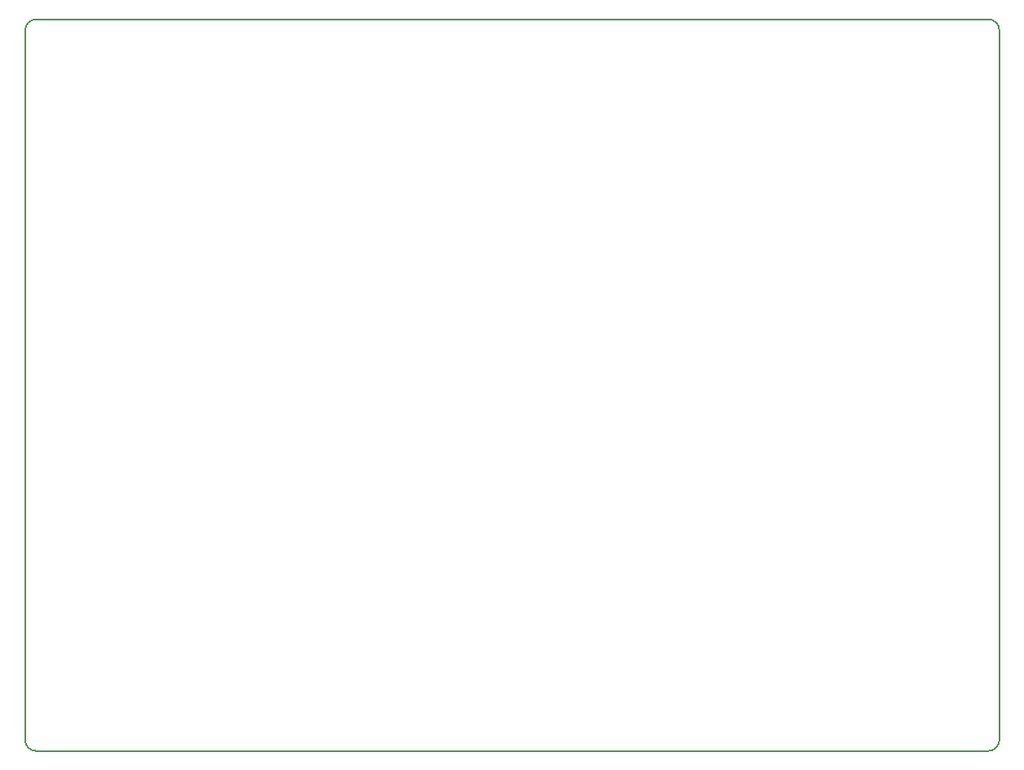
<source format=gm1>
G04 #@! TF.GenerationSoftware,KiCad,Pcbnew,6.0.1-79c1e3a40b~116~ubuntu21.10.1*
G04 #@! TF.CreationDate,2022-02-21T13:18:21-07:00*
G04 #@! TF.ProjectId,MinesRobotics_PDB,4d696e65-7352-46f6-926f-746963735f50,rev?*
G04 #@! TF.SameCoordinates,Original*
G04 #@! TF.FileFunction,Profile,NP*
%FSLAX46Y46*%
G04 Gerber Fmt 4.6, Leading zero omitted, Abs format (unit mm)*
G04 Created by KiCad (PCBNEW 6.0.1-79c1e3a40b~116~ubuntu21.10.1) date 2022-02-21 13:18:21*
%MOMM*%
%LPD*%
G01*
G04 APERTURE LIST*
G04 #@! TA.AperFunction,Profile*
%ADD10C,0.150000*%
G04 #@! TD*
G04 APERTURE END LIST*
D10*
X181229000Y-126746000D02*
G75*
G03*
X182372000Y-125603000I0J1143000D01*
G01*
X82423000Y-50800000D02*
G75*
G03*
X81280000Y-51943000I0J-1143000D01*
G01*
X181229000Y-50800000D02*
X82423000Y-50800000D01*
X82423000Y-126746000D02*
X181229000Y-126746000D01*
X81280000Y-51943000D02*
X81280000Y-125603000D01*
X182372000Y-51943000D02*
G75*
G03*
X181229000Y-50800000I-1143000J0D01*
G01*
X81280000Y-125603000D02*
G75*
G03*
X82423000Y-126746000I1143000J0D01*
G01*
X182372000Y-125603000D02*
X182372000Y-51943000D01*
M02*

</source>
